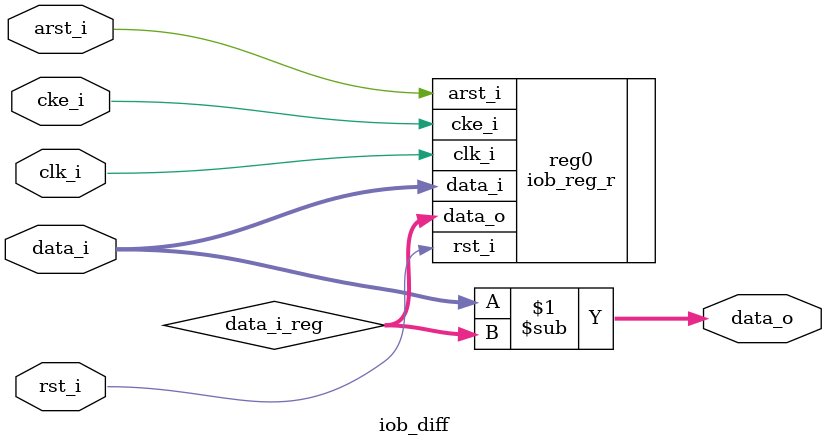
<source format=v>
`timescale 1ns / 1ps

module iob_diff
  #(
    parameter DATA_W = 32,
    parameter RST_VAL = 0
    )
   (
    input               clk_i,
    input               arst_i,
    input               cke_i,

    input               rst_i,

    input [DATA_W-1:0]  data_i,
    output [DATA_W-1:0] data_o
    );

   wire [DATA_W-1:0]    data_i_reg;
   iob_reg_r #(DATA_W, RST_VAL) reg0
     (
      .clk_i(clk_i),
      .arst_i(arst_i),
      .cke_i(cke_i),

      .rst_i(rst_i),

      .data_i(data_i),
      .data_o(data_i_reg)
      );

   assign data_o = data_i - data_i_reg;

endmodule

</source>
